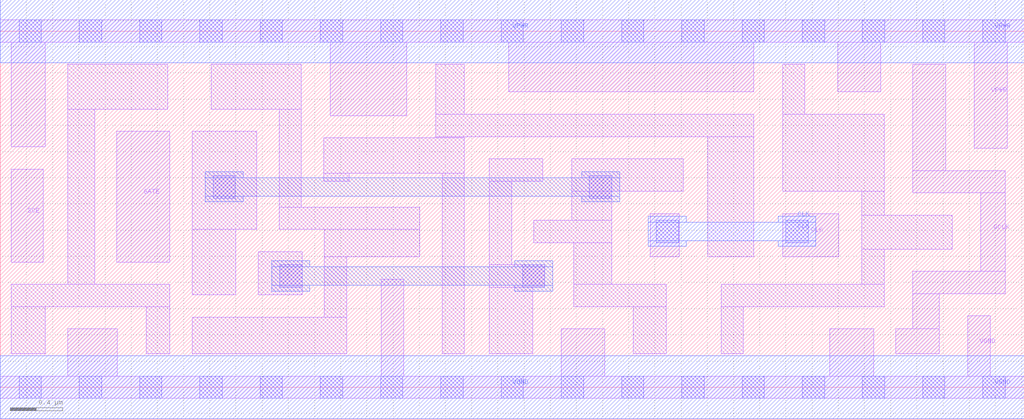
<source format=lef>
# Copyright 2020 The SkyWater PDK Authors
#
# Licensed under the Apache License, Version 2.0 (the "License");
# you may not use this file except in compliance with the License.
# You may obtain a copy of the License at
#
#     https://www.apache.org/licenses/LICENSE-2.0
#
# Unless required by applicable law or agreed to in writing, software
# distributed under the License is distributed on an "AS IS" BASIS,
# WITHOUT WARRANTIES OR CONDITIONS OF ANY KIND, either express or implied.
# See the License for the specific language governing permissions and
# limitations under the License.
#
# SPDX-License-Identifier: Apache-2.0

VERSION 5.7 ;
  NAMESCASESENSITIVE ON ;
  NOWIREEXTENSIONATPIN ON ;
  DIVIDERCHAR "/" ;
  BUSBITCHARS "[]" ;
UNITS
  DATABASE MICRONS 200 ;
END UNITS
PROPERTYDEFINITIONS
  MACRO maskLayoutSubType STRING ;
  MACRO prCellType STRING ;
  MACRO originalViewName STRING ;
END PROPERTYDEFINITIONS
MACRO sky130_fd_sc_hdll__sdlclkp_2
  CLASS CORE ;
  FOREIGN sky130_fd_sc_hdll__sdlclkp_2 ;
  ORIGIN  0.000000  0.000000 ;
  SIZE  7.820000 BY  2.720000 ;
  SYMMETRY X Y R90 ;
  SITE unithd ;
  PIN CLK
    ANTENNAGATEAREA  0.356400 ;
    DIRECTION INPUT ;
    USE SIGNAL ;
    PORT
      LAYER li1 ;
        RECT 4.965000 0.995000 5.185000 1.325000 ;
        RECT 5.975000 0.995000 6.405000 1.325000 ;
      LAYER mcon ;
        RECT 5.010000 1.105000 5.180000 1.275000 ;
        RECT 6.000000 1.105000 6.170000 1.275000 ;
      LAYER met1 ;
        RECT 4.950000 1.075000 5.240000 1.120000 ;
        RECT 4.950000 1.120000 6.230000 1.260000 ;
        RECT 4.950000 1.260000 5.240000 1.305000 ;
        RECT 5.940000 1.075000 6.230000 1.120000 ;
        RECT 5.940000 1.260000 6.230000 1.305000 ;
    END
  END CLK
  PIN GATE
    ANTENNAGATEAREA  0.178200 ;
    DIRECTION INPUT ;
    USE SIGNAL ;
    PORT
      LAYER li1 ;
        RECT 0.890000 0.955000 1.295000 1.955000 ;
    END
  END GATE
  PIN GCLK
    ANTENNADIFFAREA  0.498000 ;
    DIRECTION OUTPUT ;
    USE SIGNAL ;
    PORT
      LAYER li1 ;
        RECT 6.840000 0.255000 7.170000 0.445000 ;
        RECT 6.970000 0.445000 7.170000 0.715000 ;
        RECT 6.970000 0.715000 7.675000 0.885000 ;
        RECT 6.970000 1.485000 7.675000 1.655000 ;
        RECT 6.970000 1.655000 7.220000 2.465000 ;
        RECT 7.490000 0.885000 7.675000 1.485000 ;
    END
  END GCLK
  PIN SCE
    ANTENNAGATEAREA  0.178200 ;
    DIRECTION INPUT ;
    USE SIGNAL ;
    PORT
      LAYER li1 ;
        RECT 0.085000 0.955000 0.330000 1.665000 ;
    END
  END SCE
  PIN VGND
    DIRECTION INOUT ;
    USE GROUND ;
    PORT
      LAYER li1 ;
        RECT 0.000000 -0.085000 7.820000 0.085000 ;
        RECT 0.515000  0.085000 0.895000 0.445000 ;
        RECT 2.910000  0.085000 3.080000 0.825000 ;
        RECT 4.285000  0.085000 4.615000 0.445000 ;
        RECT 6.335000  0.085000 6.670000 0.445000 ;
        RECT 7.390000  0.085000 7.560000 0.545000 ;
      LAYER mcon ;
        RECT 0.145000 -0.085000 0.315000 0.085000 ;
        RECT 0.605000 -0.085000 0.775000 0.085000 ;
        RECT 1.065000 -0.085000 1.235000 0.085000 ;
        RECT 1.525000 -0.085000 1.695000 0.085000 ;
        RECT 1.985000 -0.085000 2.155000 0.085000 ;
        RECT 2.445000 -0.085000 2.615000 0.085000 ;
        RECT 2.905000 -0.085000 3.075000 0.085000 ;
        RECT 3.365000 -0.085000 3.535000 0.085000 ;
        RECT 3.825000 -0.085000 3.995000 0.085000 ;
        RECT 4.285000 -0.085000 4.455000 0.085000 ;
        RECT 4.745000 -0.085000 4.915000 0.085000 ;
        RECT 5.205000 -0.085000 5.375000 0.085000 ;
        RECT 5.665000 -0.085000 5.835000 0.085000 ;
        RECT 6.125000 -0.085000 6.295000 0.085000 ;
        RECT 6.585000 -0.085000 6.755000 0.085000 ;
        RECT 7.045000 -0.085000 7.215000 0.085000 ;
        RECT 7.505000 -0.085000 7.675000 0.085000 ;
      LAYER met1 ;
        RECT 0.000000 -0.240000 7.820000 0.240000 ;
    END
  END VGND
  PIN VPWR
    DIRECTION INOUT ;
    USE POWER ;
    PORT
      LAYER li1 ;
        RECT 0.000000 2.635000 7.820000 2.805000 ;
        RECT 0.085000 1.835000 0.345000 2.635000 ;
        RECT 2.520000 2.075000 3.105000 2.635000 ;
        RECT 3.885000 2.255000 5.755000 2.635000 ;
        RECT 6.395000 2.255000 6.725000 2.635000 ;
        RECT 7.440000 1.825000 7.690000 2.635000 ;
      LAYER mcon ;
        RECT 0.145000 2.635000 0.315000 2.805000 ;
        RECT 0.605000 2.635000 0.775000 2.805000 ;
        RECT 1.065000 2.635000 1.235000 2.805000 ;
        RECT 1.525000 2.635000 1.695000 2.805000 ;
        RECT 1.985000 2.635000 2.155000 2.805000 ;
        RECT 2.445000 2.635000 2.615000 2.805000 ;
        RECT 2.905000 2.635000 3.075000 2.805000 ;
        RECT 3.365000 2.635000 3.535000 2.805000 ;
        RECT 3.825000 2.635000 3.995000 2.805000 ;
        RECT 4.285000 2.635000 4.455000 2.805000 ;
        RECT 4.745000 2.635000 4.915000 2.805000 ;
        RECT 5.205000 2.635000 5.375000 2.805000 ;
        RECT 5.665000 2.635000 5.835000 2.805000 ;
        RECT 6.125000 2.635000 6.295000 2.805000 ;
        RECT 6.585000 2.635000 6.755000 2.805000 ;
        RECT 7.045000 2.635000 7.215000 2.805000 ;
        RECT 7.505000 2.635000 7.675000 2.805000 ;
      LAYER met1 ;
        RECT 0.000000 2.480000 7.820000 2.960000 ;
    END
  END VPWR
  OBS
    LAYER li1 ;
      RECT 0.085000 0.255000 0.345000 0.615000 ;
      RECT 0.085000 0.615000 1.295000 0.785000 ;
      RECT 0.515000 0.785000 0.720000 2.125000 ;
      RECT 0.515000 2.125000 1.280000 2.465000 ;
      RECT 1.115000 0.255000 1.295000 0.615000 ;
      RECT 1.465000 0.255000 2.645000 0.535000 ;
      RECT 1.465000 0.705000 1.800000 1.205000 ;
      RECT 1.465000 1.205000 1.960000 1.955000 ;
      RECT 1.610000 2.125000 2.300000 2.465000 ;
      RECT 1.970000 0.705000 2.305000 1.035000 ;
      RECT 2.130000 1.205000 3.205000 1.375000 ;
      RECT 2.130000 1.375000 2.300000 2.125000 ;
      RECT 2.470000 1.575000 2.665000 1.635000 ;
      RECT 2.470000 1.635000 3.545000 1.905000 ;
      RECT 2.475000 0.535000 2.645000 0.995000 ;
      RECT 2.475000 0.995000 3.205000 1.205000 ;
      RECT 3.325000 1.905000 3.545000 1.915000 ;
      RECT 3.325000 1.915000 5.755000 2.085000 ;
      RECT 3.325000 2.085000 3.545000 2.465000 ;
      RECT 3.375000 0.255000 3.545000 1.635000 ;
      RECT 3.735000 0.255000 4.065000 0.765000 ;
      RECT 3.735000 0.765000 4.160000 0.935000 ;
      RECT 3.735000 0.935000 3.905000 1.575000 ;
      RECT 3.735000 1.575000 4.145000 1.745000 ;
      RECT 4.075000 1.105000 4.670000 1.275000 ;
      RECT 4.365000 1.275000 4.670000 1.495000 ;
      RECT 4.365000 1.495000 5.215000 1.745000 ;
      RECT 4.380000 0.615000 5.085000 0.785000 ;
      RECT 4.380000 0.785000 4.670000 1.105000 ;
      RECT 4.835000 0.255000 5.085000 0.615000 ;
      RECT 5.405000 0.995000 5.755000 1.915000 ;
      RECT 5.505000 0.255000 5.675000 0.615000 ;
      RECT 5.505000 0.615000 6.750000 0.785000 ;
      RECT 5.975000 1.495000 6.750000 2.085000 ;
      RECT 5.975000 2.085000 6.145000 2.465000 ;
      RECT 6.580000 0.785000 6.750000 1.055000 ;
      RECT 6.580000 1.055000 7.270000 1.315000 ;
      RECT 6.580000 1.315000 6.750000 1.495000 ;
    LAYER mcon ;
      RECT 1.625000 1.445000 1.795000 1.615000 ;
      RECT 2.135000 0.765000 2.305000 0.935000 ;
      RECT 3.990000 0.765000 4.160000 0.935000 ;
      RECT 4.500000 1.445000 4.670000 1.615000 ;
    LAYER met1 ;
      RECT 1.565000 1.415000 1.855000 1.460000 ;
      RECT 1.565000 1.460000 4.730000 1.600000 ;
      RECT 1.565000 1.600000 1.855000 1.645000 ;
      RECT 2.075000 0.735000 2.365000 0.780000 ;
      RECT 2.075000 0.780000 4.220000 0.920000 ;
      RECT 2.075000 0.920000 2.365000 0.965000 ;
      RECT 3.930000 0.735000 4.220000 0.780000 ;
      RECT 3.930000 0.920000 4.220000 0.965000 ;
      RECT 4.440000 1.415000 4.730000 1.460000 ;
      RECT 4.440000 1.600000 4.730000 1.645000 ;
  END
  PROPERTY maskLayoutSubType "abstract" ;
  PROPERTY prCellType "standard" ;
  PROPERTY originalViewName "layout" ;
END sky130_fd_sc_hdll__sdlclkp_2

</source>
